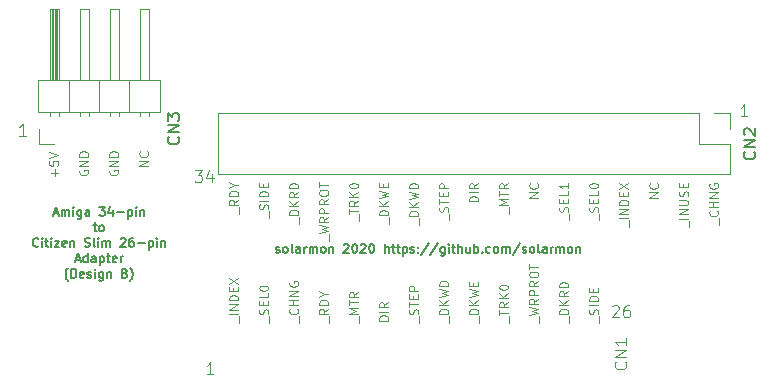
<source format=gbr>
G04 #@! TF.GenerationSoftware,KiCad,Pcbnew,(5.1.2)-2*
G04 #@! TF.CreationDate,2020-12-12T08:56:43+00:00*
G04 #@! TF.ProjectId,Amiga 34-pin to Citizen Slim 26-pin Adapter (Design B),416d6967-6120-4333-942d-70696e20746f,rev?*
G04 #@! TF.SameCoordinates,Original*
G04 #@! TF.FileFunction,Legend,Top*
G04 #@! TF.FilePolarity,Positive*
%FSLAX46Y46*%
G04 Gerber Fmt 4.6, Leading zero omitted, Abs format (unit mm)*
G04 Created by KiCad (PCBNEW (5.1.2)-2) date 2020-12-12 08:56:43*
%MOMM*%
%LPD*%
G04 APERTURE LIST*
%ADD10C,0.125000*%
%ADD11C,0.150000*%
%ADD12C,0.187500*%
%ADD13C,0.120000*%
G04 APERTURE END LIST*
D10*
X149963142Y-112450476D02*
X150010761Y-112498095D01*
X150058380Y-112640952D01*
X150058380Y-112736190D01*
X150010761Y-112879047D01*
X149915523Y-112974285D01*
X149820285Y-113021904D01*
X149629809Y-113069523D01*
X149486952Y-113069523D01*
X149296476Y-113021904D01*
X149201238Y-112974285D01*
X149106000Y-112879047D01*
X149058380Y-112736190D01*
X149058380Y-112640952D01*
X149106000Y-112498095D01*
X149153619Y-112450476D01*
X150058380Y-112021904D02*
X149058380Y-112021904D01*
X150058380Y-111450476D01*
X149058380Y-111450476D01*
X150058380Y-110450476D02*
X150058380Y-111021904D01*
X150058380Y-110736190D02*
X149058380Y-110736190D01*
X149201238Y-110831428D01*
X149296476Y-110926666D01*
X149344095Y-111021904D01*
D11*
X120382357Y-103173571D02*
X120453785Y-103209285D01*
X120596642Y-103209285D01*
X120668071Y-103173571D01*
X120703785Y-103102142D01*
X120703785Y-103066428D01*
X120668071Y-102995000D01*
X120596642Y-102959285D01*
X120489500Y-102959285D01*
X120418071Y-102923571D01*
X120382357Y-102852142D01*
X120382357Y-102816428D01*
X120418071Y-102745000D01*
X120489500Y-102709285D01*
X120596642Y-102709285D01*
X120668071Y-102745000D01*
X121132357Y-103209285D02*
X121060928Y-103173571D01*
X121025214Y-103137857D01*
X120989500Y-103066428D01*
X120989500Y-102852142D01*
X121025214Y-102780714D01*
X121060928Y-102745000D01*
X121132357Y-102709285D01*
X121239500Y-102709285D01*
X121310928Y-102745000D01*
X121346642Y-102780714D01*
X121382357Y-102852142D01*
X121382357Y-103066428D01*
X121346642Y-103137857D01*
X121310928Y-103173571D01*
X121239500Y-103209285D01*
X121132357Y-103209285D01*
X121810928Y-103209285D02*
X121739500Y-103173571D01*
X121703785Y-103102142D01*
X121703785Y-102459285D01*
X122418071Y-103209285D02*
X122418071Y-102816428D01*
X122382357Y-102745000D01*
X122310928Y-102709285D01*
X122168071Y-102709285D01*
X122096642Y-102745000D01*
X122418071Y-103173571D02*
X122346642Y-103209285D01*
X122168071Y-103209285D01*
X122096642Y-103173571D01*
X122060928Y-103102142D01*
X122060928Y-103030714D01*
X122096642Y-102959285D01*
X122168071Y-102923571D01*
X122346642Y-102923571D01*
X122418071Y-102887857D01*
X122775214Y-103209285D02*
X122775214Y-102709285D01*
X122775214Y-102852142D02*
X122810928Y-102780714D01*
X122846642Y-102745000D01*
X122918071Y-102709285D01*
X122989500Y-102709285D01*
X123239500Y-103209285D02*
X123239500Y-102709285D01*
X123239500Y-102780714D02*
X123275214Y-102745000D01*
X123346642Y-102709285D01*
X123453785Y-102709285D01*
X123525214Y-102745000D01*
X123560928Y-102816428D01*
X123560928Y-103209285D01*
X123560928Y-102816428D02*
X123596642Y-102745000D01*
X123668071Y-102709285D01*
X123775214Y-102709285D01*
X123846642Y-102745000D01*
X123882357Y-102816428D01*
X123882357Y-103209285D01*
X124346642Y-103209285D02*
X124275214Y-103173571D01*
X124239500Y-103137857D01*
X124203785Y-103066428D01*
X124203785Y-102852142D01*
X124239500Y-102780714D01*
X124275214Y-102745000D01*
X124346642Y-102709285D01*
X124453785Y-102709285D01*
X124525214Y-102745000D01*
X124560928Y-102780714D01*
X124596642Y-102852142D01*
X124596642Y-103066428D01*
X124560928Y-103137857D01*
X124525214Y-103173571D01*
X124453785Y-103209285D01*
X124346642Y-103209285D01*
X124918071Y-102709285D02*
X124918071Y-103209285D01*
X124918071Y-102780714D02*
X124953785Y-102745000D01*
X125025214Y-102709285D01*
X125132357Y-102709285D01*
X125203785Y-102745000D01*
X125239500Y-102816428D01*
X125239500Y-103209285D01*
X126132357Y-102530714D02*
X126168071Y-102495000D01*
X126239500Y-102459285D01*
X126418071Y-102459285D01*
X126489500Y-102495000D01*
X126525214Y-102530714D01*
X126560928Y-102602142D01*
X126560928Y-102673571D01*
X126525214Y-102780714D01*
X126096642Y-103209285D01*
X126560928Y-103209285D01*
X127025214Y-102459285D02*
X127096642Y-102459285D01*
X127168071Y-102495000D01*
X127203785Y-102530714D01*
X127239500Y-102602142D01*
X127275214Y-102745000D01*
X127275214Y-102923571D01*
X127239500Y-103066428D01*
X127203785Y-103137857D01*
X127168071Y-103173571D01*
X127096642Y-103209285D01*
X127025214Y-103209285D01*
X126953785Y-103173571D01*
X126918071Y-103137857D01*
X126882357Y-103066428D01*
X126846642Y-102923571D01*
X126846642Y-102745000D01*
X126882357Y-102602142D01*
X126918071Y-102530714D01*
X126953785Y-102495000D01*
X127025214Y-102459285D01*
X127560928Y-102530714D02*
X127596642Y-102495000D01*
X127668071Y-102459285D01*
X127846642Y-102459285D01*
X127918071Y-102495000D01*
X127953785Y-102530714D01*
X127989500Y-102602142D01*
X127989500Y-102673571D01*
X127953785Y-102780714D01*
X127525214Y-103209285D01*
X127989500Y-103209285D01*
X128453785Y-102459285D02*
X128525214Y-102459285D01*
X128596642Y-102495000D01*
X128632357Y-102530714D01*
X128668071Y-102602142D01*
X128703785Y-102745000D01*
X128703785Y-102923571D01*
X128668071Y-103066428D01*
X128632357Y-103137857D01*
X128596642Y-103173571D01*
X128525214Y-103209285D01*
X128453785Y-103209285D01*
X128382357Y-103173571D01*
X128346642Y-103137857D01*
X128310928Y-103066428D01*
X128275214Y-102923571D01*
X128275214Y-102745000D01*
X128310928Y-102602142D01*
X128346642Y-102530714D01*
X128382357Y-102495000D01*
X128453785Y-102459285D01*
X129596642Y-103209285D02*
X129596642Y-102459285D01*
X129918071Y-103209285D02*
X129918071Y-102816428D01*
X129882357Y-102745000D01*
X129810928Y-102709285D01*
X129703785Y-102709285D01*
X129632357Y-102745000D01*
X129596642Y-102780714D01*
X130168071Y-102709285D02*
X130453785Y-102709285D01*
X130275214Y-102459285D02*
X130275214Y-103102142D01*
X130310928Y-103173571D01*
X130382357Y-103209285D01*
X130453785Y-103209285D01*
X130596642Y-102709285D02*
X130882357Y-102709285D01*
X130703785Y-102459285D02*
X130703785Y-103102142D01*
X130739500Y-103173571D01*
X130810928Y-103209285D01*
X130882357Y-103209285D01*
X131132357Y-102709285D02*
X131132357Y-103459285D01*
X131132357Y-102745000D02*
X131203785Y-102709285D01*
X131346642Y-102709285D01*
X131418071Y-102745000D01*
X131453785Y-102780714D01*
X131489500Y-102852142D01*
X131489500Y-103066428D01*
X131453785Y-103137857D01*
X131418071Y-103173571D01*
X131346642Y-103209285D01*
X131203785Y-103209285D01*
X131132357Y-103173571D01*
X131775214Y-103173571D02*
X131846642Y-103209285D01*
X131989500Y-103209285D01*
X132060928Y-103173571D01*
X132096642Y-103102142D01*
X132096642Y-103066428D01*
X132060928Y-102995000D01*
X131989500Y-102959285D01*
X131882357Y-102959285D01*
X131810928Y-102923571D01*
X131775214Y-102852142D01*
X131775214Y-102816428D01*
X131810928Y-102745000D01*
X131882357Y-102709285D01*
X131989500Y-102709285D01*
X132060928Y-102745000D01*
X132418071Y-103137857D02*
X132453785Y-103173571D01*
X132418071Y-103209285D01*
X132382357Y-103173571D01*
X132418071Y-103137857D01*
X132418071Y-103209285D01*
X132418071Y-102745000D02*
X132453785Y-102780714D01*
X132418071Y-102816428D01*
X132382357Y-102780714D01*
X132418071Y-102745000D01*
X132418071Y-102816428D01*
X133310928Y-102423571D02*
X132668071Y-103387857D01*
X134096642Y-102423571D02*
X133453785Y-103387857D01*
X134668071Y-102709285D02*
X134668071Y-103316428D01*
X134632357Y-103387857D01*
X134596642Y-103423571D01*
X134525214Y-103459285D01*
X134418071Y-103459285D01*
X134346642Y-103423571D01*
X134668071Y-103173571D02*
X134596642Y-103209285D01*
X134453785Y-103209285D01*
X134382357Y-103173571D01*
X134346642Y-103137857D01*
X134310928Y-103066428D01*
X134310928Y-102852142D01*
X134346642Y-102780714D01*
X134382357Y-102745000D01*
X134453785Y-102709285D01*
X134596642Y-102709285D01*
X134668071Y-102745000D01*
X135025214Y-103209285D02*
X135025214Y-102709285D01*
X135025214Y-102459285D02*
X134989500Y-102495000D01*
X135025214Y-102530714D01*
X135060928Y-102495000D01*
X135025214Y-102459285D01*
X135025214Y-102530714D01*
X135275214Y-102709285D02*
X135560928Y-102709285D01*
X135382357Y-102459285D02*
X135382357Y-103102142D01*
X135418071Y-103173571D01*
X135489500Y-103209285D01*
X135560928Y-103209285D01*
X135810928Y-103209285D02*
X135810928Y-102459285D01*
X136132357Y-103209285D02*
X136132357Y-102816428D01*
X136096642Y-102745000D01*
X136025214Y-102709285D01*
X135918071Y-102709285D01*
X135846642Y-102745000D01*
X135810928Y-102780714D01*
X136810928Y-102709285D02*
X136810928Y-103209285D01*
X136489500Y-102709285D02*
X136489500Y-103102142D01*
X136525214Y-103173571D01*
X136596642Y-103209285D01*
X136703785Y-103209285D01*
X136775214Y-103173571D01*
X136810928Y-103137857D01*
X137168071Y-103209285D02*
X137168071Y-102459285D01*
X137168071Y-102745000D02*
X137239500Y-102709285D01*
X137382357Y-102709285D01*
X137453785Y-102745000D01*
X137489500Y-102780714D01*
X137525214Y-102852142D01*
X137525214Y-103066428D01*
X137489500Y-103137857D01*
X137453785Y-103173571D01*
X137382357Y-103209285D01*
X137239500Y-103209285D01*
X137168071Y-103173571D01*
X137846642Y-103137857D02*
X137882357Y-103173571D01*
X137846642Y-103209285D01*
X137810928Y-103173571D01*
X137846642Y-103137857D01*
X137846642Y-103209285D01*
X138525214Y-103173571D02*
X138453785Y-103209285D01*
X138310928Y-103209285D01*
X138239500Y-103173571D01*
X138203785Y-103137857D01*
X138168071Y-103066428D01*
X138168071Y-102852142D01*
X138203785Y-102780714D01*
X138239500Y-102745000D01*
X138310928Y-102709285D01*
X138453785Y-102709285D01*
X138525214Y-102745000D01*
X138953785Y-103209285D02*
X138882357Y-103173571D01*
X138846642Y-103137857D01*
X138810928Y-103066428D01*
X138810928Y-102852142D01*
X138846642Y-102780714D01*
X138882357Y-102745000D01*
X138953785Y-102709285D01*
X139060928Y-102709285D01*
X139132357Y-102745000D01*
X139168071Y-102780714D01*
X139203785Y-102852142D01*
X139203785Y-103066428D01*
X139168071Y-103137857D01*
X139132357Y-103173571D01*
X139060928Y-103209285D01*
X138953785Y-103209285D01*
X139525214Y-103209285D02*
X139525214Y-102709285D01*
X139525214Y-102780714D02*
X139560928Y-102745000D01*
X139632357Y-102709285D01*
X139739500Y-102709285D01*
X139810928Y-102745000D01*
X139846642Y-102816428D01*
X139846642Y-103209285D01*
X139846642Y-102816428D02*
X139882357Y-102745000D01*
X139953785Y-102709285D01*
X140060928Y-102709285D01*
X140132357Y-102745000D01*
X140168071Y-102816428D01*
X140168071Y-103209285D01*
X141060928Y-102423571D02*
X140418071Y-103387857D01*
X141275214Y-103173571D02*
X141346642Y-103209285D01*
X141489500Y-103209285D01*
X141560928Y-103173571D01*
X141596642Y-103102142D01*
X141596642Y-103066428D01*
X141560928Y-102995000D01*
X141489500Y-102959285D01*
X141382357Y-102959285D01*
X141310928Y-102923571D01*
X141275214Y-102852142D01*
X141275214Y-102816428D01*
X141310928Y-102745000D01*
X141382357Y-102709285D01*
X141489500Y-102709285D01*
X141560928Y-102745000D01*
X142025214Y-103209285D02*
X141953785Y-103173571D01*
X141918071Y-103137857D01*
X141882357Y-103066428D01*
X141882357Y-102852142D01*
X141918071Y-102780714D01*
X141953785Y-102745000D01*
X142025214Y-102709285D01*
X142132357Y-102709285D01*
X142203785Y-102745000D01*
X142239500Y-102780714D01*
X142275214Y-102852142D01*
X142275214Y-103066428D01*
X142239500Y-103137857D01*
X142203785Y-103173571D01*
X142132357Y-103209285D01*
X142025214Y-103209285D01*
X142703785Y-103209285D02*
X142632357Y-103173571D01*
X142596642Y-103102142D01*
X142596642Y-102459285D01*
X143310928Y-103209285D02*
X143310928Y-102816428D01*
X143275214Y-102745000D01*
X143203785Y-102709285D01*
X143060928Y-102709285D01*
X142989500Y-102745000D01*
X143310928Y-103173571D02*
X143239500Y-103209285D01*
X143060928Y-103209285D01*
X142989500Y-103173571D01*
X142953785Y-103102142D01*
X142953785Y-103030714D01*
X142989500Y-102959285D01*
X143060928Y-102923571D01*
X143239500Y-102923571D01*
X143310928Y-102887857D01*
X143668071Y-103209285D02*
X143668071Y-102709285D01*
X143668071Y-102852142D02*
X143703785Y-102780714D01*
X143739500Y-102745000D01*
X143810928Y-102709285D01*
X143882357Y-102709285D01*
X144132357Y-103209285D02*
X144132357Y-102709285D01*
X144132357Y-102780714D02*
X144168071Y-102745000D01*
X144239500Y-102709285D01*
X144346642Y-102709285D01*
X144418071Y-102745000D01*
X144453785Y-102816428D01*
X144453785Y-103209285D01*
X144453785Y-102816428D02*
X144489500Y-102745000D01*
X144560928Y-102709285D01*
X144668071Y-102709285D01*
X144739500Y-102745000D01*
X144775214Y-102816428D01*
X144775214Y-103209285D01*
X145239500Y-103209285D02*
X145168071Y-103173571D01*
X145132357Y-103137857D01*
X145096642Y-103066428D01*
X145096642Y-102852142D01*
X145132357Y-102780714D01*
X145168071Y-102745000D01*
X145239500Y-102709285D01*
X145346642Y-102709285D01*
X145418071Y-102745000D01*
X145453785Y-102780714D01*
X145489500Y-102852142D01*
X145489500Y-103066428D01*
X145453785Y-103137857D01*
X145418071Y-103173571D01*
X145346642Y-103209285D01*
X145239500Y-103209285D01*
X145810928Y-102709285D02*
X145810928Y-103209285D01*
X145810928Y-102780714D02*
X145846642Y-102745000D01*
X145918071Y-102709285D01*
X146025214Y-102709285D01*
X146096642Y-102745000D01*
X146132357Y-102816428D01*
X146132357Y-103209285D01*
D10*
X115093714Y-113482380D02*
X114522285Y-113482380D01*
X114808000Y-113482380D02*
X114808000Y-112482380D01*
X114712761Y-112625238D01*
X114617523Y-112720476D01*
X114522285Y-112768095D01*
X160305714Y-91638380D02*
X159734285Y-91638380D01*
X160020000Y-91638380D02*
X160020000Y-90638380D01*
X159924761Y-90781238D01*
X159829523Y-90876476D01*
X159734285Y-90924095D01*
D12*
X101552857Y-99862000D02*
X101910000Y-99862000D01*
X101481428Y-100076285D02*
X101731428Y-99326285D01*
X101981428Y-100076285D01*
X102231428Y-100076285D02*
X102231428Y-99576285D01*
X102231428Y-99647714D02*
X102267142Y-99612000D01*
X102338571Y-99576285D01*
X102445714Y-99576285D01*
X102517142Y-99612000D01*
X102552857Y-99683428D01*
X102552857Y-100076285D01*
X102552857Y-99683428D02*
X102588571Y-99612000D01*
X102660000Y-99576285D01*
X102767142Y-99576285D01*
X102838571Y-99612000D01*
X102874285Y-99683428D01*
X102874285Y-100076285D01*
X103231428Y-100076285D02*
X103231428Y-99576285D01*
X103231428Y-99326285D02*
X103195714Y-99362000D01*
X103231428Y-99397714D01*
X103267142Y-99362000D01*
X103231428Y-99326285D01*
X103231428Y-99397714D01*
X103910000Y-99576285D02*
X103910000Y-100183428D01*
X103874285Y-100254857D01*
X103838571Y-100290571D01*
X103767142Y-100326285D01*
X103660000Y-100326285D01*
X103588571Y-100290571D01*
X103910000Y-100040571D02*
X103838571Y-100076285D01*
X103695714Y-100076285D01*
X103624285Y-100040571D01*
X103588571Y-100004857D01*
X103552857Y-99933428D01*
X103552857Y-99719142D01*
X103588571Y-99647714D01*
X103624285Y-99612000D01*
X103695714Y-99576285D01*
X103838571Y-99576285D01*
X103910000Y-99612000D01*
X104588571Y-100076285D02*
X104588571Y-99683428D01*
X104552857Y-99612000D01*
X104481428Y-99576285D01*
X104338571Y-99576285D01*
X104267142Y-99612000D01*
X104588571Y-100040571D02*
X104517142Y-100076285D01*
X104338571Y-100076285D01*
X104267142Y-100040571D01*
X104231428Y-99969142D01*
X104231428Y-99897714D01*
X104267142Y-99826285D01*
X104338571Y-99790571D01*
X104517142Y-99790571D01*
X104588571Y-99754857D01*
X105445714Y-99326285D02*
X105910000Y-99326285D01*
X105660000Y-99612000D01*
X105767142Y-99612000D01*
X105838571Y-99647714D01*
X105874285Y-99683428D01*
X105910000Y-99754857D01*
X105910000Y-99933428D01*
X105874285Y-100004857D01*
X105838571Y-100040571D01*
X105767142Y-100076285D01*
X105552857Y-100076285D01*
X105481428Y-100040571D01*
X105445714Y-100004857D01*
X106552857Y-99576285D02*
X106552857Y-100076285D01*
X106374285Y-99290571D02*
X106195714Y-99826285D01*
X106660000Y-99826285D01*
X106945714Y-99790571D02*
X107517142Y-99790571D01*
X107874285Y-99576285D02*
X107874285Y-100326285D01*
X107874285Y-99612000D02*
X107945714Y-99576285D01*
X108088571Y-99576285D01*
X108160000Y-99612000D01*
X108195714Y-99647714D01*
X108231428Y-99719142D01*
X108231428Y-99933428D01*
X108195714Y-100004857D01*
X108160000Y-100040571D01*
X108088571Y-100076285D01*
X107945714Y-100076285D01*
X107874285Y-100040571D01*
X108552857Y-100076285D02*
X108552857Y-99576285D01*
X108552857Y-99326285D02*
X108517142Y-99362000D01*
X108552857Y-99397714D01*
X108588571Y-99362000D01*
X108552857Y-99326285D01*
X108552857Y-99397714D01*
X108910000Y-99576285D02*
X108910000Y-100076285D01*
X108910000Y-99647714D02*
X108945714Y-99612000D01*
X109017142Y-99576285D01*
X109124285Y-99576285D01*
X109195714Y-99612000D01*
X109231428Y-99683428D01*
X109231428Y-100076285D01*
X104927857Y-100888785D02*
X105213571Y-100888785D01*
X105035000Y-100638785D02*
X105035000Y-101281642D01*
X105070714Y-101353071D01*
X105142142Y-101388785D01*
X105213571Y-101388785D01*
X105570714Y-101388785D02*
X105499285Y-101353071D01*
X105463571Y-101317357D01*
X105427857Y-101245928D01*
X105427857Y-101031642D01*
X105463571Y-100960214D01*
X105499285Y-100924500D01*
X105570714Y-100888785D01*
X105677857Y-100888785D01*
X105749285Y-100924500D01*
X105785000Y-100960214D01*
X105820714Y-101031642D01*
X105820714Y-101245928D01*
X105785000Y-101317357D01*
X105749285Y-101353071D01*
X105677857Y-101388785D01*
X105570714Y-101388785D01*
X100267142Y-102629857D02*
X100231428Y-102665571D01*
X100124285Y-102701285D01*
X100052857Y-102701285D01*
X99945714Y-102665571D01*
X99874285Y-102594142D01*
X99838571Y-102522714D01*
X99802857Y-102379857D01*
X99802857Y-102272714D01*
X99838571Y-102129857D01*
X99874285Y-102058428D01*
X99945714Y-101987000D01*
X100052857Y-101951285D01*
X100124285Y-101951285D01*
X100231428Y-101987000D01*
X100267142Y-102022714D01*
X100588571Y-102701285D02*
X100588571Y-102201285D01*
X100588571Y-101951285D02*
X100552857Y-101987000D01*
X100588571Y-102022714D01*
X100624285Y-101987000D01*
X100588571Y-101951285D01*
X100588571Y-102022714D01*
X100838571Y-102201285D02*
X101124285Y-102201285D01*
X100945714Y-101951285D02*
X100945714Y-102594142D01*
X100981428Y-102665571D01*
X101052857Y-102701285D01*
X101124285Y-102701285D01*
X101374285Y-102701285D02*
X101374285Y-102201285D01*
X101374285Y-101951285D02*
X101338571Y-101987000D01*
X101374285Y-102022714D01*
X101410000Y-101987000D01*
X101374285Y-101951285D01*
X101374285Y-102022714D01*
X101660000Y-102201285D02*
X102052857Y-102201285D01*
X101660000Y-102701285D01*
X102052857Y-102701285D01*
X102624285Y-102665571D02*
X102552857Y-102701285D01*
X102410000Y-102701285D01*
X102338571Y-102665571D01*
X102302857Y-102594142D01*
X102302857Y-102308428D01*
X102338571Y-102237000D01*
X102410000Y-102201285D01*
X102552857Y-102201285D01*
X102624285Y-102237000D01*
X102660000Y-102308428D01*
X102660000Y-102379857D01*
X102302857Y-102451285D01*
X102981428Y-102201285D02*
X102981428Y-102701285D01*
X102981428Y-102272714D02*
X103017142Y-102237000D01*
X103088571Y-102201285D01*
X103195714Y-102201285D01*
X103267142Y-102237000D01*
X103302857Y-102308428D01*
X103302857Y-102701285D01*
X104195714Y-102665571D02*
X104302857Y-102701285D01*
X104481428Y-102701285D01*
X104552857Y-102665571D01*
X104588571Y-102629857D01*
X104624285Y-102558428D01*
X104624285Y-102487000D01*
X104588571Y-102415571D01*
X104552857Y-102379857D01*
X104481428Y-102344142D01*
X104338571Y-102308428D01*
X104267142Y-102272714D01*
X104231428Y-102237000D01*
X104195714Y-102165571D01*
X104195714Y-102094142D01*
X104231428Y-102022714D01*
X104267142Y-101987000D01*
X104338571Y-101951285D01*
X104517142Y-101951285D01*
X104624285Y-101987000D01*
X105052857Y-102701285D02*
X104981428Y-102665571D01*
X104945714Y-102594142D01*
X104945714Y-101951285D01*
X105338571Y-102701285D02*
X105338571Y-102201285D01*
X105338571Y-101951285D02*
X105302857Y-101987000D01*
X105338571Y-102022714D01*
X105374285Y-101987000D01*
X105338571Y-101951285D01*
X105338571Y-102022714D01*
X105695714Y-102701285D02*
X105695714Y-102201285D01*
X105695714Y-102272714D02*
X105731428Y-102237000D01*
X105802857Y-102201285D01*
X105910000Y-102201285D01*
X105981428Y-102237000D01*
X106017142Y-102308428D01*
X106017142Y-102701285D01*
X106017142Y-102308428D02*
X106052857Y-102237000D01*
X106124285Y-102201285D01*
X106231428Y-102201285D01*
X106302857Y-102237000D01*
X106338571Y-102308428D01*
X106338571Y-102701285D01*
X107231428Y-102022714D02*
X107267142Y-101987000D01*
X107338571Y-101951285D01*
X107517142Y-101951285D01*
X107588571Y-101987000D01*
X107624285Y-102022714D01*
X107660000Y-102094142D01*
X107660000Y-102165571D01*
X107624285Y-102272714D01*
X107195714Y-102701285D01*
X107660000Y-102701285D01*
X108302857Y-101951285D02*
X108160000Y-101951285D01*
X108088571Y-101987000D01*
X108052857Y-102022714D01*
X107981428Y-102129857D01*
X107945714Y-102272714D01*
X107945714Y-102558428D01*
X107981428Y-102629857D01*
X108017142Y-102665571D01*
X108088571Y-102701285D01*
X108231428Y-102701285D01*
X108302857Y-102665571D01*
X108338571Y-102629857D01*
X108374285Y-102558428D01*
X108374285Y-102379857D01*
X108338571Y-102308428D01*
X108302857Y-102272714D01*
X108231428Y-102237000D01*
X108088571Y-102237000D01*
X108017142Y-102272714D01*
X107981428Y-102308428D01*
X107945714Y-102379857D01*
X108695714Y-102415571D02*
X109267142Y-102415571D01*
X109624285Y-102201285D02*
X109624285Y-102951285D01*
X109624285Y-102237000D02*
X109695714Y-102201285D01*
X109838571Y-102201285D01*
X109910000Y-102237000D01*
X109945714Y-102272714D01*
X109981428Y-102344142D01*
X109981428Y-102558428D01*
X109945714Y-102629857D01*
X109910000Y-102665571D01*
X109838571Y-102701285D01*
X109695714Y-102701285D01*
X109624285Y-102665571D01*
X110302857Y-102701285D02*
X110302857Y-102201285D01*
X110302857Y-101951285D02*
X110267142Y-101987000D01*
X110302857Y-102022714D01*
X110338571Y-101987000D01*
X110302857Y-101951285D01*
X110302857Y-102022714D01*
X110660000Y-102201285D02*
X110660000Y-102701285D01*
X110660000Y-102272714D02*
X110695714Y-102237000D01*
X110767142Y-102201285D01*
X110874285Y-102201285D01*
X110945714Y-102237000D01*
X110981428Y-102308428D01*
X110981428Y-102701285D01*
X103445714Y-103799500D02*
X103802857Y-103799500D01*
X103374285Y-104013785D02*
X103624285Y-103263785D01*
X103874285Y-104013785D01*
X104445714Y-104013785D02*
X104445714Y-103263785D01*
X104445714Y-103978071D02*
X104374285Y-104013785D01*
X104231428Y-104013785D01*
X104160000Y-103978071D01*
X104124285Y-103942357D01*
X104088571Y-103870928D01*
X104088571Y-103656642D01*
X104124285Y-103585214D01*
X104160000Y-103549500D01*
X104231428Y-103513785D01*
X104374285Y-103513785D01*
X104445714Y-103549500D01*
X105124285Y-104013785D02*
X105124285Y-103620928D01*
X105088571Y-103549500D01*
X105017142Y-103513785D01*
X104874285Y-103513785D01*
X104802857Y-103549500D01*
X105124285Y-103978071D02*
X105052857Y-104013785D01*
X104874285Y-104013785D01*
X104802857Y-103978071D01*
X104767142Y-103906642D01*
X104767142Y-103835214D01*
X104802857Y-103763785D01*
X104874285Y-103728071D01*
X105052857Y-103728071D01*
X105124285Y-103692357D01*
X105481428Y-103513785D02*
X105481428Y-104263785D01*
X105481428Y-103549500D02*
X105552857Y-103513785D01*
X105695714Y-103513785D01*
X105767142Y-103549500D01*
X105802857Y-103585214D01*
X105838571Y-103656642D01*
X105838571Y-103870928D01*
X105802857Y-103942357D01*
X105767142Y-103978071D01*
X105695714Y-104013785D01*
X105552857Y-104013785D01*
X105481428Y-103978071D01*
X106052857Y-103513785D02*
X106338571Y-103513785D01*
X106160000Y-103263785D02*
X106160000Y-103906642D01*
X106195714Y-103978071D01*
X106267142Y-104013785D01*
X106338571Y-104013785D01*
X106874285Y-103978071D02*
X106802857Y-104013785D01*
X106660000Y-104013785D01*
X106588571Y-103978071D01*
X106552857Y-103906642D01*
X106552857Y-103620928D01*
X106588571Y-103549500D01*
X106660000Y-103513785D01*
X106802857Y-103513785D01*
X106874285Y-103549500D01*
X106910000Y-103620928D01*
X106910000Y-103692357D01*
X106552857Y-103763785D01*
X107231428Y-104013785D02*
X107231428Y-103513785D01*
X107231428Y-103656642D02*
X107267142Y-103585214D01*
X107302857Y-103549500D01*
X107374285Y-103513785D01*
X107445714Y-103513785D01*
X102785000Y-105612000D02*
X102749285Y-105576285D01*
X102677857Y-105469142D01*
X102642142Y-105397714D01*
X102606428Y-105290571D01*
X102570714Y-105112000D01*
X102570714Y-104969142D01*
X102606428Y-104790571D01*
X102642142Y-104683428D01*
X102677857Y-104612000D01*
X102749285Y-104504857D01*
X102785000Y-104469142D01*
X103070714Y-105326285D02*
X103070714Y-104576285D01*
X103249285Y-104576285D01*
X103356428Y-104612000D01*
X103427857Y-104683428D01*
X103463571Y-104754857D01*
X103499285Y-104897714D01*
X103499285Y-105004857D01*
X103463571Y-105147714D01*
X103427857Y-105219142D01*
X103356428Y-105290571D01*
X103249285Y-105326285D01*
X103070714Y-105326285D01*
X104106428Y-105290571D02*
X104035000Y-105326285D01*
X103892142Y-105326285D01*
X103820714Y-105290571D01*
X103785000Y-105219142D01*
X103785000Y-104933428D01*
X103820714Y-104862000D01*
X103892142Y-104826285D01*
X104035000Y-104826285D01*
X104106428Y-104862000D01*
X104142142Y-104933428D01*
X104142142Y-105004857D01*
X103785000Y-105076285D01*
X104427857Y-105290571D02*
X104499285Y-105326285D01*
X104642142Y-105326285D01*
X104713571Y-105290571D01*
X104749285Y-105219142D01*
X104749285Y-105183428D01*
X104713571Y-105112000D01*
X104642142Y-105076285D01*
X104535000Y-105076285D01*
X104463571Y-105040571D01*
X104427857Y-104969142D01*
X104427857Y-104933428D01*
X104463571Y-104862000D01*
X104535000Y-104826285D01*
X104642142Y-104826285D01*
X104713571Y-104862000D01*
X105070714Y-105326285D02*
X105070714Y-104826285D01*
X105070714Y-104576285D02*
X105035000Y-104612000D01*
X105070714Y-104647714D01*
X105106428Y-104612000D01*
X105070714Y-104576285D01*
X105070714Y-104647714D01*
X105749285Y-104826285D02*
X105749285Y-105433428D01*
X105713571Y-105504857D01*
X105677857Y-105540571D01*
X105606428Y-105576285D01*
X105499285Y-105576285D01*
X105427857Y-105540571D01*
X105749285Y-105290571D02*
X105677857Y-105326285D01*
X105535000Y-105326285D01*
X105463571Y-105290571D01*
X105427857Y-105254857D01*
X105392142Y-105183428D01*
X105392142Y-104969142D01*
X105427857Y-104897714D01*
X105463571Y-104862000D01*
X105535000Y-104826285D01*
X105677857Y-104826285D01*
X105749285Y-104862000D01*
X106106428Y-104826285D02*
X106106428Y-105326285D01*
X106106428Y-104897714D02*
X106142142Y-104862000D01*
X106213571Y-104826285D01*
X106320714Y-104826285D01*
X106392142Y-104862000D01*
X106427857Y-104933428D01*
X106427857Y-105326285D01*
X107606428Y-104933428D02*
X107713571Y-104969142D01*
X107749285Y-105004857D01*
X107785000Y-105076285D01*
X107785000Y-105183428D01*
X107749285Y-105254857D01*
X107713571Y-105290571D01*
X107642142Y-105326285D01*
X107356428Y-105326285D01*
X107356428Y-104576285D01*
X107606428Y-104576285D01*
X107677857Y-104612000D01*
X107713571Y-104647714D01*
X107749285Y-104719142D01*
X107749285Y-104790571D01*
X107713571Y-104862000D01*
X107677857Y-104897714D01*
X107606428Y-104933428D01*
X107356428Y-104933428D01*
X108035000Y-105612000D02*
X108070714Y-105576285D01*
X108142142Y-105469142D01*
X108177857Y-105397714D01*
X108213571Y-105290571D01*
X108249285Y-105112000D01*
X108249285Y-104969142D01*
X108213571Y-104790571D01*
X108177857Y-104683428D01*
X108142142Y-104612000D01*
X108070714Y-104504857D01*
X108035000Y-104469142D01*
D10*
X127410714Y-109124476D02*
X127410714Y-108553047D01*
X127339285Y-108374476D02*
X126589285Y-108374476D01*
X127125000Y-108124476D01*
X126589285Y-107874476D01*
X127339285Y-107874476D01*
X126589285Y-107624476D02*
X126589285Y-107195904D01*
X127339285Y-107410190D02*
X126589285Y-107410190D01*
X127339285Y-106517333D02*
X126982142Y-106767333D01*
X127339285Y-106945904D02*
X126589285Y-106945904D01*
X126589285Y-106660190D01*
X126625000Y-106588761D01*
X126660714Y-106553047D01*
X126732142Y-106517333D01*
X126839285Y-106517333D01*
X126910714Y-106553047D01*
X126946428Y-106588761D01*
X126982142Y-106660190D01*
X126982142Y-106945904D01*
X124870714Y-109124475D02*
X124870714Y-108553047D01*
X124799285Y-107945904D02*
X124442142Y-108195904D01*
X124799285Y-108374475D02*
X124049285Y-108374475D01*
X124049285Y-108088761D01*
X124085000Y-108017333D01*
X124120714Y-107981618D01*
X124192142Y-107945904D01*
X124299285Y-107945904D01*
X124370714Y-107981618D01*
X124406428Y-108017333D01*
X124442142Y-108088761D01*
X124442142Y-108374475D01*
X124799285Y-107624475D02*
X124049285Y-107624475D01*
X124049285Y-107445904D01*
X124085000Y-107338761D01*
X124156428Y-107267333D01*
X124227857Y-107231618D01*
X124370714Y-107195904D01*
X124477857Y-107195904D01*
X124620714Y-107231618D01*
X124692142Y-107267333D01*
X124763571Y-107338761D01*
X124799285Y-107445904D01*
X124799285Y-107624475D01*
X124442142Y-106731618D02*
X124799285Y-106731618D01*
X124049285Y-106981618D02*
X124442142Y-106731618D01*
X124049285Y-106481618D01*
X122330714Y-109124476D02*
X122330714Y-108553048D01*
X122187857Y-107945905D02*
X122223571Y-107981619D01*
X122259285Y-108088762D01*
X122259285Y-108160190D01*
X122223571Y-108267333D01*
X122152142Y-108338762D01*
X122080714Y-108374476D01*
X121937857Y-108410190D01*
X121830714Y-108410190D01*
X121687857Y-108374476D01*
X121616428Y-108338762D01*
X121545000Y-108267333D01*
X121509285Y-108160190D01*
X121509285Y-108088762D01*
X121545000Y-107981619D01*
X121580714Y-107945905D01*
X122259285Y-107624476D02*
X121509285Y-107624476D01*
X121866428Y-107624476D02*
X121866428Y-107195905D01*
X122259285Y-107195905D02*
X121509285Y-107195905D01*
X122259285Y-106838762D02*
X121509285Y-106838762D01*
X122259285Y-106410190D01*
X121509285Y-106410190D01*
X121545000Y-105660190D02*
X121509285Y-105731619D01*
X121509285Y-105838762D01*
X121545000Y-105945905D01*
X121616428Y-106017333D01*
X121687857Y-106053048D01*
X121830714Y-106088762D01*
X121937857Y-106088762D01*
X122080714Y-106053048D01*
X122152142Y-106017333D01*
X122223571Y-105945905D01*
X122259285Y-105838762D01*
X122259285Y-105767333D01*
X122223571Y-105660190D01*
X122187857Y-105624476D01*
X121937857Y-105624476D01*
X121937857Y-105767333D01*
X119790714Y-109124476D02*
X119790714Y-108553047D01*
X119683571Y-108410190D02*
X119719285Y-108303047D01*
X119719285Y-108124476D01*
X119683571Y-108053047D01*
X119647857Y-108017333D01*
X119576428Y-107981619D01*
X119505000Y-107981619D01*
X119433571Y-108017333D01*
X119397857Y-108053047D01*
X119362142Y-108124476D01*
X119326428Y-108267333D01*
X119290714Y-108338761D01*
X119255000Y-108374476D01*
X119183571Y-108410190D01*
X119112142Y-108410190D01*
X119040714Y-108374476D01*
X119005000Y-108338761D01*
X118969285Y-108267333D01*
X118969285Y-108088761D01*
X119005000Y-107981619D01*
X119326428Y-107660190D02*
X119326428Y-107410190D01*
X119719285Y-107303047D02*
X119719285Y-107660190D01*
X118969285Y-107660190D01*
X118969285Y-107303047D01*
X119719285Y-106624476D02*
X119719285Y-106981619D01*
X118969285Y-106981619D01*
X118969285Y-106231619D02*
X118969285Y-106160190D01*
X119005000Y-106088761D01*
X119040714Y-106053047D01*
X119112142Y-106017333D01*
X119255000Y-105981619D01*
X119433571Y-105981619D01*
X119576428Y-106017333D01*
X119647857Y-106053047D01*
X119683571Y-106088761D01*
X119719285Y-106160190D01*
X119719285Y-106231619D01*
X119683571Y-106303047D01*
X119647857Y-106338761D01*
X119576428Y-106374476D01*
X119433571Y-106410190D01*
X119255000Y-106410190D01*
X119112142Y-106374476D01*
X119040714Y-106338761D01*
X119005000Y-106303047D01*
X118969285Y-106231619D01*
X117250714Y-109124476D02*
X117250714Y-108553047D01*
X117179285Y-108374476D02*
X116429285Y-108374476D01*
X117179285Y-108017333D02*
X116429285Y-108017333D01*
X117179285Y-107588762D01*
X116429285Y-107588762D01*
X117179285Y-107231619D02*
X116429285Y-107231619D01*
X116429285Y-107053047D01*
X116465000Y-106945905D01*
X116536428Y-106874476D01*
X116607857Y-106838762D01*
X116750714Y-106803047D01*
X116857857Y-106803047D01*
X117000714Y-106838762D01*
X117072142Y-106874476D01*
X117143571Y-106945905D01*
X117179285Y-107053047D01*
X117179285Y-107231619D01*
X116786428Y-106481619D02*
X116786428Y-106231619D01*
X117179285Y-106124476D02*
X117179285Y-106481619D01*
X116429285Y-106481619D01*
X116429285Y-106124476D01*
X116429285Y-105874476D02*
X117179285Y-105374476D01*
X116429285Y-105374476D02*
X117179285Y-105874476D01*
X152739285Y-98534238D02*
X151989285Y-98534238D01*
X152739285Y-98105667D01*
X151989285Y-98105667D01*
X152667857Y-97319953D02*
X152703571Y-97355667D01*
X152739285Y-97462810D01*
X152739285Y-97534238D01*
X152703571Y-97641381D01*
X152632142Y-97712810D01*
X152560714Y-97748524D01*
X152417857Y-97784238D01*
X152310714Y-97784238D01*
X152167857Y-97748524D01*
X152096428Y-97712810D01*
X152025000Y-97641381D01*
X151989285Y-97534238D01*
X151989285Y-97462810D01*
X152025000Y-97355667D01*
X152060714Y-97319953D01*
X142579285Y-98534238D02*
X141829285Y-98534238D01*
X142579285Y-98105667D01*
X141829285Y-98105667D01*
X142507857Y-97319953D02*
X142543571Y-97355667D01*
X142579285Y-97462810D01*
X142579285Y-97534238D01*
X142543571Y-97641381D01*
X142472142Y-97712810D01*
X142400714Y-97748524D01*
X142257857Y-97784238D01*
X142150714Y-97784238D01*
X142007857Y-97748524D01*
X141936428Y-97712810D01*
X141865000Y-97641381D01*
X141829285Y-97534238D01*
X141829285Y-97462810D01*
X141865000Y-97355667D01*
X141900714Y-97319953D01*
X109559285Y-95845285D02*
X108809285Y-95845285D01*
X109559285Y-95416714D01*
X108809285Y-95416714D01*
X109487857Y-94631000D02*
X109523571Y-94666714D01*
X109559285Y-94773857D01*
X109559285Y-94845285D01*
X109523571Y-94952428D01*
X109452142Y-95023857D01*
X109380714Y-95059571D01*
X109237857Y-95095285D01*
X109130714Y-95095285D01*
X108987857Y-95059571D01*
X108916428Y-95023857D01*
X108845000Y-94952428D01*
X108809285Y-94845285D01*
X108809285Y-94773857D01*
X108845000Y-94666714D01*
X108880714Y-94631000D01*
X103765000Y-96202428D02*
X103729285Y-96273857D01*
X103729285Y-96381000D01*
X103765000Y-96488142D01*
X103836428Y-96559571D01*
X103907857Y-96595285D01*
X104050714Y-96631000D01*
X104157857Y-96631000D01*
X104300714Y-96595285D01*
X104372142Y-96559571D01*
X104443571Y-96488142D01*
X104479285Y-96381000D01*
X104479285Y-96309571D01*
X104443571Y-96202428D01*
X104407857Y-96166714D01*
X104157857Y-96166714D01*
X104157857Y-96309571D01*
X104479285Y-95845285D02*
X103729285Y-95845285D01*
X104479285Y-95416714D01*
X103729285Y-95416714D01*
X104479285Y-95059571D02*
X103729285Y-95059571D01*
X103729285Y-94881000D01*
X103765000Y-94773857D01*
X103836428Y-94702428D01*
X103907857Y-94666714D01*
X104050714Y-94631000D01*
X104157857Y-94631000D01*
X104300714Y-94666714D01*
X104372142Y-94702428D01*
X104443571Y-94773857D01*
X104479285Y-94881000D01*
X104479285Y-95059571D01*
X106305000Y-96202428D02*
X106269285Y-96273857D01*
X106269285Y-96381000D01*
X106305000Y-96488142D01*
X106376428Y-96559571D01*
X106447857Y-96595285D01*
X106590714Y-96631000D01*
X106697857Y-96631000D01*
X106840714Y-96595285D01*
X106912142Y-96559571D01*
X106983571Y-96488142D01*
X107019285Y-96381000D01*
X107019285Y-96309571D01*
X106983571Y-96202428D01*
X106947857Y-96166714D01*
X106697857Y-96166714D01*
X106697857Y-96309571D01*
X107019285Y-95845285D02*
X106269285Y-95845285D01*
X107019285Y-95416714D01*
X106269285Y-95416714D01*
X107019285Y-95059571D02*
X106269285Y-95059571D01*
X106269285Y-94881000D01*
X106305000Y-94773857D01*
X106376428Y-94702428D01*
X106447857Y-94666714D01*
X106590714Y-94631000D01*
X106697857Y-94631000D01*
X106840714Y-94666714D01*
X106912142Y-94702428D01*
X106983571Y-94773857D01*
X107019285Y-94881000D01*
X107019285Y-95059571D01*
X101653571Y-96722285D02*
X101653571Y-96150857D01*
X101939285Y-96436571D02*
X101367857Y-96436571D01*
X101189285Y-95436571D02*
X101189285Y-95793714D01*
X101546428Y-95829428D01*
X101510714Y-95793714D01*
X101475000Y-95722285D01*
X101475000Y-95543714D01*
X101510714Y-95472285D01*
X101546428Y-95436571D01*
X101617857Y-95400857D01*
X101796428Y-95400857D01*
X101867857Y-95436571D01*
X101903571Y-95472285D01*
X101939285Y-95543714D01*
X101939285Y-95722285D01*
X101903571Y-95793714D01*
X101867857Y-95829428D01*
X101189285Y-95186571D02*
X101939285Y-94936571D01*
X101189285Y-94686571D01*
X99218714Y-93289380D02*
X98647285Y-93289380D01*
X98933000Y-93289380D02*
X98933000Y-92289380D01*
X98837761Y-92432238D01*
X98742523Y-92527476D01*
X98647285Y-92575095D01*
X148844095Y-107751619D02*
X148891714Y-107704000D01*
X148986952Y-107656380D01*
X149225047Y-107656380D01*
X149320285Y-107704000D01*
X149367904Y-107751619D01*
X149415523Y-107846857D01*
X149415523Y-107942095D01*
X149367904Y-108084952D01*
X148796476Y-108656380D01*
X149415523Y-108656380D01*
X150272666Y-107656380D02*
X150082190Y-107656380D01*
X149986952Y-107704000D01*
X149939333Y-107751619D01*
X149844095Y-107894476D01*
X149796476Y-108084952D01*
X149796476Y-108465904D01*
X149844095Y-108561142D01*
X149891714Y-108608761D01*
X149986952Y-108656380D01*
X150177428Y-108656380D01*
X150272666Y-108608761D01*
X150320285Y-108561142D01*
X150367904Y-108465904D01*
X150367904Y-108227809D01*
X150320285Y-108132571D01*
X150272666Y-108084952D01*
X150177428Y-108037333D01*
X149986952Y-108037333D01*
X149891714Y-108084952D01*
X149844095Y-108132571D01*
X149796476Y-108227809D01*
X113490476Y-96226380D02*
X114109523Y-96226380D01*
X113776190Y-96607333D01*
X113919047Y-96607333D01*
X114014285Y-96654952D01*
X114061904Y-96702571D01*
X114109523Y-96797809D01*
X114109523Y-97035904D01*
X114061904Y-97131142D01*
X114014285Y-97178761D01*
X113919047Y-97226380D01*
X113633333Y-97226380D01*
X113538095Y-97178761D01*
X113490476Y-97131142D01*
X114966666Y-96559714D02*
X114966666Y-97226380D01*
X114728571Y-96178761D02*
X114490476Y-96893047D01*
X115109523Y-96893047D01*
X155350714Y-101069953D02*
X155350714Y-100498525D01*
X155279285Y-100319953D02*
X154529285Y-100319953D01*
X155279285Y-99962810D02*
X154529285Y-99962810D01*
X155279285Y-99534239D01*
X154529285Y-99534239D01*
X154529285Y-99177096D02*
X155136428Y-99177096D01*
X155207857Y-99141382D01*
X155243571Y-99105667D01*
X155279285Y-99034239D01*
X155279285Y-98891382D01*
X155243571Y-98819953D01*
X155207857Y-98784239D01*
X155136428Y-98748525D01*
X154529285Y-98748525D01*
X155243571Y-98427096D02*
X155279285Y-98319953D01*
X155279285Y-98141382D01*
X155243571Y-98069953D01*
X155207857Y-98034239D01*
X155136428Y-97998525D01*
X155065000Y-97998525D01*
X154993571Y-98034239D01*
X154957857Y-98069953D01*
X154922142Y-98141382D01*
X154886428Y-98284239D01*
X154850714Y-98355667D01*
X154815000Y-98391382D01*
X154743571Y-98427096D01*
X154672142Y-98427096D01*
X154600714Y-98391382D01*
X154565000Y-98355667D01*
X154529285Y-98284239D01*
X154529285Y-98105667D01*
X154565000Y-97998525D01*
X154886428Y-97677096D02*
X154886428Y-97427096D01*
X155279285Y-97319953D02*
X155279285Y-97677096D01*
X154529285Y-97677096D01*
X154529285Y-97319953D01*
X147730714Y-100462810D02*
X147730714Y-99891381D01*
X147623571Y-99748524D02*
X147659285Y-99641381D01*
X147659285Y-99462810D01*
X147623571Y-99391381D01*
X147587857Y-99355667D01*
X147516428Y-99319953D01*
X147445000Y-99319953D01*
X147373571Y-99355667D01*
X147337857Y-99391381D01*
X147302142Y-99462810D01*
X147266428Y-99605667D01*
X147230714Y-99677095D01*
X147195000Y-99712810D01*
X147123571Y-99748524D01*
X147052142Y-99748524D01*
X146980714Y-99712810D01*
X146945000Y-99677095D01*
X146909285Y-99605667D01*
X146909285Y-99427095D01*
X146945000Y-99319953D01*
X147266428Y-98998524D02*
X147266428Y-98748524D01*
X147659285Y-98641381D02*
X147659285Y-98998524D01*
X146909285Y-98998524D01*
X146909285Y-98641381D01*
X147659285Y-97962810D02*
X147659285Y-98319953D01*
X146909285Y-98319953D01*
X146909285Y-97569953D02*
X146909285Y-97498524D01*
X146945000Y-97427095D01*
X146980714Y-97391381D01*
X147052142Y-97355667D01*
X147195000Y-97319953D01*
X147373571Y-97319953D01*
X147516428Y-97355667D01*
X147587857Y-97391381D01*
X147623571Y-97427095D01*
X147659285Y-97498524D01*
X147659285Y-97569953D01*
X147623571Y-97641381D01*
X147587857Y-97677095D01*
X147516428Y-97712810D01*
X147373571Y-97748524D01*
X147195000Y-97748524D01*
X147052142Y-97712810D01*
X146980714Y-97677095D01*
X146945000Y-97641381D01*
X146909285Y-97569953D01*
X150270714Y-101034239D02*
X150270714Y-100462810D01*
X150199285Y-100284239D02*
X149449285Y-100284239D01*
X150199285Y-99927096D02*
X149449285Y-99927096D01*
X150199285Y-99498525D01*
X149449285Y-99498525D01*
X150199285Y-99141382D02*
X149449285Y-99141382D01*
X149449285Y-98962810D01*
X149485000Y-98855668D01*
X149556428Y-98784239D01*
X149627857Y-98748525D01*
X149770714Y-98712810D01*
X149877857Y-98712810D01*
X150020714Y-98748525D01*
X150092142Y-98784239D01*
X150163571Y-98855668D01*
X150199285Y-98962810D01*
X150199285Y-99141382D01*
X149806428Y-98391382D02*
X149806428Y-98141382D01*
X150199285Y-98034239D02*
X150199285Y-98391382D01*
X149449285Y-98391382D01*
X149449285Y-98034239D01*
X149449285Y-97784239D02*
X150199285Y-97284239D01*
X149449285Y-97284239D02*
X150199285Y-97784239D01*
X145190714Y-100462810D02*
X145190714Y-99891381D01*
X145083571Y-99748524D02*
X145119285Y-99641381D01*
X145119285Y-99462810D01*
X145083571Y-99391381D01*
X145047857Y-99355667D01*
X144976428Y-99319953D01*
X144905000Y-99319953D01*
X144833571Y-99355667D01*
X144797857Y-99391381D01*
X144762142Y-99462810D01*
X144726428Y-99605667D01*
X144690714Y-99677095D01*
X144655000Y-99712810D01*
X144583571Y-99748524D01*
X144512142Y-99748524D01*
X144440714Y-99712810D01*
X144405000Y-99677095D01*
X144369285Y-99605667D01*
X144369285Y-99427095D01*
X144405000Y-99319953D01*
X144726428Y-98998524D02*
X144726428Y-98748524D01*
X145119285Y-98641381D02*
X145119285Y-98998524D01*
X144369285Y-98998524D01*
X144369285Y-98641381D01*
X145119285Y-97962810D02*
X145119285Y-98319953D01*
X144369285Y-98319953D01*
X145119285Y-97319953D02*
X145119285Y-97748524D01*
X145119285Y-97534238D02*
X144369285Y-97534238D01*
X144476428Y-97605667D01*
X144547857Y-97677095D01*
X144583571Y-97748524D01*
X132490714Y-100855667D02*
X132490714Y-100284239D01*
X132419285Y-100105667D02*
X131669285Y-100105667D01*
X131669285Y-99927096D01*
X131705000Y-99819953D01*
X131776428Y-99748524D01*
X131847857Y-99712810D01*
X131990714Y-99677096D01*
X132097857Y-99677096D01*
X132240714Y-99712810D01*
X132312142Y-99748524D01*
X132383571Y-99819953D01*
X132419285Y-99927096D01*
X132419285Y-100105667D01*
X132419285Y-99355667D02*
X131669285Y-99355667D01*
X132419285Y-98927096D02*
X131990714Y-99248524D01*
X131669285Y-98927096D02*
X132097857Y-99355667D01*
X131669285Y-98677096D02*
X132419285Y-98498524D01*
X131883571Y-98355667D01*
X132419285Y-98212810D01*
X131669285Y-98034239D01*
X132419285Y-97748524D02*
X131669285Y-97748524D01*
X131669285Y-97569953D01*
X131705000Y-97462810D01*
X131776428Y-97391382D01*
X131847857Y-97355667D01*
X131990714Y-97319953D01*
X132097857Y-97319953D01*
X132240714Y-97355667D01*
X132312142Y-97391382D01*
X132383571Y-97462810D01*
X132419285Y-97569953D01*
X132419285Y-97748524D01*
X137499285Y-98855668D02*
X136749285Y-98855668D01*
X136749285Y-98677096D01*
X136785000Y-98569953D01*
X136856428Y-98498525D01*
X136927857Y-98462810D01*
X137070714Y-98427096D01*
X137177857Y-98427096D01*
X137320714Y-98462810D01*
X137392142Y-98498525D01*
X137463571Y-98569953D01*
X137499285Y-98677096D01*
X137499285Y-98855668D01*
X137499285Y-98105668D02*
X136749285Y-98105668D01*
X137499285Y-97319953D02*
X137142142Y-97569953D01*
X137499285Y-97748525D02*
X136749285Y-97748525D01*
X136749285Y-97462810D01*
X136785000Y-97391382D01*
X136820714Y-97355668D01*
X136892142Y-97319953D01*
X136999285Y-97319953D01*
X137070714Y-97355668D01*
X137106428Y-97391382D01*
X137142142Y-97462810D01*
X137142142Y-97748525D01*
X140110714Y-99927096D02*
X140110714Y-99355667D01*
X140039285Y-99177096D02*
X139289285Y-99177096D01*
X139825000Y-98927096D01*
X139289285Y-98677096D01*
X140039285Y-98677096D01*
X139289285Y-98427096D02*
X139289285Y-97998524D01*
X140039285Y-98212810D02*
X139289285Y-98212810D01*
X140039285Y-97319953D02*
X139682142Y-97569953D01*
X140039285Y-97748524D02*
X139289285Y-97748524D01*
X139289285Y-97462810D01*
X139325000Y-97391381D01*
X139360714Y-97355667D01*
X139432142Y-97319953D01*
X139539285Y-97319953D01*
X139610714Y-97355667D01*
X139646428Y-97391381D01*
X139682142Y-97462810D01*
X139682142Y-97748524D01*
X157890714Y-100819953D02*
X157890714Y-100248525D01*
X157747857Y-99641382D02*
X157783571Y-99677096D01*
X157819285Y-99784239D01*
X157819285Y-99855667D01*
X157783571Y-99962810D01*
X157712142Y-100034239D01*
X157640714Y-100069953D01*
X157497857Y-100105667D01*
X157390714Y-100105667D01*
X157247857Y-100069953D01*
X157176428Y-100034239D01*
X157105000Y-99962810D01*
X157069285Y-99855667D01*
X157069285Y-99784239D01*
X157105000Y-99677096D01*
X157140714Y-99641382D01*
X157819285Y-99319953D02*
X157069285Y-99319953D01*
X157426428Y-99319953D02*
X157426428Y-98891382D01*
X157819285Y-98891382D02*
X157069285Y-98891382D01*
X157819285Y-98534239D02*
X157069285Y-98534239D01*
X157819285Y-98105667D01*
X157069285Y-98105667D01*
X157105000Y-97355667D02*
X157069285Y-97427096D01*
X157069285Y-97534239D01*
X157105000Y-97641382D01*
X157176428Y-97712810D01*
X157247857Y-97748525D01*
X157390714Y-97784239D01*
X157497857Y-97784239D01*
X157640714Y-97748525D01*
X157712142Y-97712810D01*
X157783571Y-97641382D01*
X157819285Y-97534239D01*
X157819285Y-97462810D01*
X157783571Y-97355667D01*
X157747857Y-97319953D01*
X157497857Y-97319953D01*
X157497857Y-97462810D01*
X135030714Y-100462810D02*
X135030714Y-99891381D01*
X134923571Y-99748524D02*
X134959285Y-99641381D01*
X134959285Y-99462810D01*
X134923571Y-99391381D01*
X134887857Y-99355667D01*
X134816428Y-99319953D01*
X134745000Y-99319953D01*
X134673571Y-99355667D01*
X134637857Y-99391381D01*
X134602142Y-99462810D01*
X134566428Y-99605667D01*
X134530714Y-99677095D01*
X134495000Y-99712810D01*
X134423571Y-99748524D01*
X134352142Y-99748524D01*
X134280714Y-99712810D01*
X134245000Y-99677095D01*
X134209285Y-99605667D01*
X134209285Y-99427095D01*
X134245000Y-99319953D01*
X134209285Y-99105667D02*
X134209285Y-98677095D01*
X134959285Y-98891381D02*
X134209285Y-98891381D01*
X134566428Y-98427095D02*
X134566428Y-98177095D01*
X134959285Y-98069953D02*
X134959285Y-98427095D01*
X134209285Y-98427095D01*
X134209285Y-98069953D01*
X134959285Y-97748524D02*
X134209285Y-97748524D01*
X134209285Y-97462810D01*
X134245000Y-97391381D01*
X134280714Y-97355667D01*
X134352142Y-97319953D01*
X134459285Y-97319953D01*
X134530714Y-97355667D01*
X134566428Y-97391381D01*
X134602142Y-97462810D01*
X134602142Y-97748524D01*
X117250714Y-99891381D02*
X117250714Y-99319953D01*
X117179285Y-98712810D02*
X116822142Y-98962810D01*
X117179285Y-99141381D02*
X116429285Y-99141381D01*
X116429285Y-98855667D01*
X116465000Y-98784239D01*
X116500714Y-98748524D01*
X116572142Y-98712810D01*
X116679285Y-98712810D01*
X116750714Y-98748524D01*
X116786428Y-98784239D01*
X116822142Y-98855667D01*
X116822142Y-99141381D01*
X117179285Y-98391381D02*
X116429285Y-98391381D01*
X116429285Y-98212810D01*
X116465000Y-98105667D01*
X116536428Y-98034239D01*
X116607857Y-97998524D01*
X116750714Y-97962810D01*
X116857857Y-97962810D01*
X117000714Y-97998524D01*
X117072142Y-98034239D01*
X117143571Y-98105667D01*
X117179285Y-98212810D01*
X117179285Y-98391381D01*
X116822142Y-97498524D02*
X117179285Y-97498524D01*
X116429285Y-97748524D02*
X116822142Y-97498524D01*
X116429285Y-97248524D01*
X122330714Y-100748525D02*
X122330714Y-100177096D01*
X122259285Y-99998525D02*
X121509285Y-99998525D01*
X121509285Y-99819953D01*
X121545000Y-99712811D01*
X121616428Y-99641382D01*
X121687857Y-99605668D01*
X121830714Y-99569953D01*
X121937857Y-99569953D01*
X122080714Y-99605668D01*
X122152142Y-99641382D01*
X122223571Y-99712811D01*
X122259285Y-99819953D01*
X122259285Y-99998525D01*
X122259285Y-99248525D02*
X121509285Y-99248525D01*
X122259285Y-98819953D02*
X121830714Y-99141382D01*
X121509285Y-98819953D02*
X121937857Y-99248525D01*
X122259285Y-98069953D02*
X121902142Y-98319953D01*
X122259285Y-98498525D02*
X121509285Y-98498525D01*
X121509285Y-98212811D01*
X121545000Y-98141382D01*
X121580714Y-98105668D01*
X121652142Y-98069953D01*
X121759285Y-98069953D01*
X121830714Y-98105668D01*
X121866428Y-98141382D01*
X121902142Y-98212811D01*
X121902142Y-98498525D01*
X122259285Y-97748525D02*
X121509285Y-97748525D01*
X121509285Y-97569953D01*
X121545000Y-97462811D01*
X121616428Y-97391382D01*
X121687857Y-97355668D01*
X121830714Y-97319953D01*
X121937857Y-97319953D01*
X122080714Y-97355668D01*
X122152142Y-97391382D01*
X122223571Y-97462811D01*
X122259285Y-97569953D01*
X122259285Y-97748525D01*
X124870714Y-102212810D02*
X124870714Y-101641381D01*
X124049285Y-101534238D02*
X124799285Y-101355667D01*
X124263571Y-101212810D01*
X124799285Y-101069953D01*
X124049285Y-100891381D01*
X124799285Y-100177095D02*
X124442142Y-100427095D01*
X124799285Y-100605667D02*
X124049285Y-100605667D01*
X124049285Y-100319953D01*
X124085000Y-100248524D01*
X124120714Y-100212810D01*
X124192142Y-100177095D01*
X124299285Y-100177095D01*
X124370714Y-100212810D01*
X124406428Y-100248524D01*
X124442142Y-100319953D01*
X124442142Y-100605667D01*
X124799285Y-99855667D02*
X124049285Y-99855667D01*
X124049285Y-99569953D01*
X124085000Y-99498524D01*
X124120714Y-99462810D01*
X124192142Y-99427095D01*
X124299285Y-99427095D01*
X124370714Y-99462810D01*
X124406428Y-99498524D01*
X124442142Y-99569953D01*
X124442142Y-99855667D01*
X124799285Y-98677095D02*
X124442142Y-98927095D01*
X124799285Y-99105667D02*
X124049285Y-99105667D01*
X124049285Y-98819953D01*
X124085000Y-98748524D01*
X124120714Y-98712810D01*
X124192142Y-98677095D01*
X124299285Y-98677095D01*
X124370714Y-98712810D01*
X124406428Y-98748524D01*
X124442142Y-98819953D01*
X124442142Y-99105667D01*
X124049285Y-98212810D02*
X124049285Y-98069953D01*
X124085000Y-97998524D01*
X124156428Y-97927095D01*
X124299285Y-97891381D01*
X124549285Y-97891381D01*
X124692142Y-97927095D01*
X124763571Y-97998524D01*
X124799285Y-98069953D01*
X124799285Y-98212810D01*
X124763571Y-98284238D01*
X124692142Y-98355667D01*
X124549285Y-98391381D01*
X124299285Y-98391381D01*
X124156428Y-98355667D01*
X124085000Y-98284238D01*
X124049285Y-98212810D01*
X124049285Y-97677095D02*
X124049285Y-97248524D01*
X124799285Y-97462810D02*
X124049285Y-97462810D01*
X129950714Y-100784239D02*
X129950714Y-100212810D01*
X129879285Y-100034239D02*
X129129285Y-100034239D01*
X129129285Y-99855668D01*
X129165000Y-99748525D01*
X129236428Y-99677096D01*
X129307857Y-99641382D01*
X129450714Y-99605668D01*
X129557857Y-99605668D01*
X129700714Y-99641382D01*
X129772142Y-99677096D01*
X129843571Y-99748525D01*
X129879285Y-99855668D01*
X129879285Y-100034239D01*
X129879285Y-99284239D02*
X129129285Y-99284239D01*
X129879285Y-98855668D02*
X129450714Y-99177096D01*
X129129285Y-98855668D02*
X129557857Y-99284239D01*
X129129285Y-98605668D02*
X129879285Y-98427096D01*
X129343571Y-98284239D01*
X129879285Y-98141382D01*
X129129285Y-97962810D01*
X129486428Y-97677096D02*
X129486428Y-97427096D01*
X129879285Y-97319953D02*
X129879285Y-97677096D01*
X129129285Y-97677096D01*
X129129285Y-97319953D01*
X127410714Y-100534239D02*
X127410714Y-99962810D01*
X126589285Y-99891382D02*
X126589285Y-99462810D01*
X127339285Y-99677096D02*
X126589285Y-99677096D01*
X127339285Y-98784239D02*
X126982142Y-99034239D01*
X127339285Y-99212810D02*
X126589285Y-99212810D01*
X126589285Y-98927096D01*
X126625000Y-98855668D01*
X126660714Y-98819953D01*
X126732142Y-98784239D01*
X126839285Y-98784239D01*
X126910714Y-98819953D01*
X126946428Y-98855668D01*
X126982142Y-98927096D01*
X126982142Y-99212810D01*
X127339285Y-98462810D02*
X126589285Y-98462810D01*
X127339285Y-98034239D02*
X126910714Y-98355668D01*
X126589285Y-98034239D02*
X127017857Y-98462810D01*
X126589285Y-97569953D02*
X126589285Y-97498525D01*
X126625000Y-97427096D01*
X126660714Y-97391382D01*
X126732142Y-97355668D01*
X126875000Y-97319953D01*
X127053571Y-97319953D01*
X127196428Y-97355668D01*
X127267857Y-97391382D01*
X127303571Y-97427096D01*
X127339285Y-97498525D01*
X127339285Y-97569953D01*
X127303571Y-97641382D01*
X127267857Y-97677096D01*
X127196428Y-97712810D01*
X127053571Y-97748525D01*
X126875000Y-97748525D01*
X126732142Y-97712810D01*
X126660714Y-97677096D01*
X126625000Y-97641382D01*
X126589285Y-97569953D01*
X119790714Y-100248525D02*
X119790714Y-99677096D01*
X119683571Y-99534239D02*
X119719285Y-99427096D01*
X119719285Y-99248525D01*
X119683571Y-99177096D01*
X119647857Y-99141382D01*
X119576428Y-99105668D01*
X119505000Y-99105668D01*
X119433571Y-99141382D01*
X119397857Y-99177096D01*
X119362142Y-99248525D01*
X119326428Y-99391382D01*
X119290714Y-99462811D01*
X119255000Y-99498525D01*
X119183571Y-99534239D01*
X119112142Y-99534239D01*
X119040714Y-99498525D01*
X119005000Y-99462811D01*
X118969285Y-99391382D01*
X118969285Y-99212811D01*
X119005000Y-99105668D01*
X119719285Y-98784239D02*
X118969285Y-98784239D01*
X119719285Y-98427096D02*
X118969285Y-98427096D01*
X118969285Y-98248525D01*
X119005000Y-98141382D01*
X119076428Y-98069953D01*
X119147857Y-98034239D01*
X119290714Y-97998525D01*
X119397857Y-97998525D01*
X119540714Y-98034239D01*
X119612142Y-98069953D01*
X119683571Y-98141382D01*
X119719285Y-98248525D01*
X119719285Y-98427096D01*
X119326428Y-97677096D02*
X119326428Y-97427096D01*
X119719285Y-97319953D02*
X119719285Y-97677096D01*
X118969285Y-97677096D01*
X118969285Y-97319953D01*
X137570714Y-109124476D02*
X137570714Y-108553047D01*
X137499285Y-108374476D02*
X136749285Y-108374476D01*
X136749285Y-108195905D01*
X136785000Y-108088762D01*
X136856428Y-108017333D01*
X136927857Y-107981619D01*
X137070714Y-107945905D01*
X137177857Y-107945905D01*
X137320714Y-107981619D01*
X137392142Y-108017333D01*
X137463571Y-108088762D01*
X137499285Y-108195905D01*
X137499285Y-108374476D01*
X137499285Y-107624476D02*
X136749285Y-107624476D01*
X137499285Y-107195905D02*
X137070714Y-107517333D01*
X136749285Y-107195905D02*
X137177857Y-107624476D01*
X136749285Y-106945905D02*
X137499285Y-106767333D01*
X136963571Y-106624476D01*
X137499285Y-106481619D01*
X136749285Y-106303047D01*
X137106428Y-106017333D02*
X137106428Y-105767333D01*
X137499285Y-105660190D02*
X137499285Y-106017333D01*
X136749285Y-106017333D01*
X136749285Y-105660190D01*
X140110714Y-109124476D02*
X140110714Y-108553047D01*
X139289285Y-108481619D02*
X139289285Y-108053047D01*
X140039285Y-108267333D02*
X139289285Y-108267333D01*
X140039285Y-107374476D02*
X139682142Y-107624476D01*
X140039285Y-107803047D02*
X139289285Y-107803047D01*
X139289285Y-107517333D01*
X139325000Y-107445905D01*
X139360714Y-107410190D01*
X139432142Y-107374476D01*
X139539285Y-107374476D01*
X139610714Y-107410190D01*
X139646428Y-107445905D01*
X139682142Y-107517333D01*
X139682142Y-107803047D01*
X140039285Y-107053047D02*
X139289285Y-107053047D01*
X140039285Y-106624476D02*
X139610714Y-106945905D01*
X139289285Y-106624476D02*
X139717857Y-107053047D01*
X139289285Y-106160190D02*
X139289285Y-106088762D01*
X139325000Y-106017333D01*
X139360714Y-105981619D01*
X139432142Y-105945905D01*
X139575000Y-105910190D01*
X139753571Y-105910190D01*
X139896428Y-105945905D01*
X139967857Y-105981619D01*
X140003571Y-106017333D01*
X140039285Y-106088762D01*
X140039285Y-106160190D01*
X140003571Y-106231619D01*
X139967857Y-106267333D01*
X139896428Y-106303047D01*
X139753571Y-106338762D01*
X139575000Y-106338762D01*
X139432142Y-106303047D01*
X139360714Y-106267333D01*
X139325000Y-106231619D01*
X139289285Y-106160190D01*
X147730714Y-109124476D02*
X147730714Y-108553047D01*
X147623571Y-108410190D02*
X147659285Y-108303047D01*
X147659285Y-108124476D01*
X147623571Y-108053047D01*
X147587857Y-108017333D01*
X147516428Y-107981619D01*
X147445000Y-107981619D01*
X147373571Y-108017333D01*
X147337857Y-108053047D01*
X147302142Y-108124476D01*
X147266428Y-108267333D01*
X147230714Y-108338762D01*
X147195000Y-108374476D01*
X147123571Y-108410190D01*
X147052142Y-108410190D01*
X146980714Y-108374476D01*
X146945000Y-108338762D01*
X146909285Y-108267333D01*
X146909285Y-108088762D01*
X146945000Y-107981619D01*
X147659285Y-107660190D02*
X146909285Y-107660190D01*
X147659285Y-107303047D02*
X146909285Y-107303047D01*
X146909285Y-107124476D01*
X146945000Y-107017333D01*
X147016428Y-106945904D01*
X147087857Y-106910190D01*
X147230714Y-106874476D01*
X147337857Y-106874476D01*
X147480714Y-106910190D01*
X147552142Y-106945904D01*
X147623571Y-107017333D01*
X147659285Y-107124476D01*
X147659285Y-107303047D01*
X147266428Y-106553047D02*
X147266428Y-106303047D01*
X147659285Y-106195904D02*
X147659285Y-106553047D01*
X146909285Y-106553047D01*
X146909285Y-106195904D01*
X145190714Y-109124476D02*
X145190714Y-108553047D01*
X145119285Y-108374476D02*
X144369285Y-108374476D01*
X144369285Y-108195904D01*
X144405000Y-108088762D01*
X144476428Y-108017333D01*
X144547857Y-107981619D01*
X144690714Y-107945904D01*
X144797857Y-107945904D01*
X144940714Y-107981619D01*
X145012142Y-108017333D01*
X145083571Y-108088762D01*
X145119285Y-108195904D01*
X145119285Y-108374476D01*
X145119285Y-107624476D02*
X144369285Y-107624476D01*
X145119285Y-107195904D02*
X144690714Y-107517333D01*
X144369285Y-107195904D02*
X144797857Y-107624476D01*
X145119285Y-106445904D02*
X144762142Y-106695904D01*
X145119285Y-106874476D02*
X144369285Y-106874476D01*
X144369285Y-106588762D01*
X144405000Y-106517333D01*
X144440714Y-106481619D01*
X144512142Y-106445904D01*
X144619285Y-106445904D01*
X144690714Y-106481619D01*
X144726428Y-106517333D01*
X144762142Y-106588762D01*
X144762142Y-106874476D01*
X145119285Y-106124476D02*
X144369285Y-106124476D01*
X144369285Y-105945904D01*
X144405000Y-105838762D01*
X144476428Y-105767333D01*
X144547857Y-105731619D01*
X144690714Y-105695904D01*
X144797857Y-105695904D01*
X144940714Y-105731619D01*
X145012142Y-105767333D01*
X145083571Y-105838762D01*
X145119285Y-105945904D01*
X145119285Y-106124476D01*
X142650714Y-109124476D02*
X142650714Y-108553047D01*
X141829285Y-108445904D02*
X142579285Y-108267333D01*
X142043571Y-108124476D01*
X142579285Y-107981619D01*
X141829285Y-107803047D01*
X142579285Y-107088761D02*
X142222142Y-107338761D01*
X142579285Y-107517333D02*
X141829285Y-107517333D01*
X141829285Y-107231619D01*
X141865000Y-107160190D01*
X141900714Y-107124476D01*
X141972142Y-107088761D01*
X142079285Y-107088761D01*
X142150714Y-107124476D01*
X142186428Y-107160190D01*
X142222142Y-107231619D01*
X142222142Y-107517333D01*
X142579285Y-106767333D02*
X141829285Y-106767333D01*
X141829285Y-106481619D01*
X141865000Y-106410190D01*
X141900714Y-106374476D01*
X141972142Y-106338761D01*
X142079285Y-106338761D01*
X142150714Y-106374476D01*
X142186428Y-106410190D01*
X142222142Y-106481619D01*
X142222142Y-106767333D01*
X142579285Y-105588761D02*
X142222142Y-105838761D01*
X142579285Y-106017333D02*
X141829285Y-106017333D01*
X141829285Y-105731619D01*
X141865000Y-105660190D01*
X141900714Y-105624476D01*
X141972142Y-105588761D01*
X142079285Y-105588761D01*
X142150714Y-105624476D01*
X142186428Y-105660190D01*
X142222142Y-105731619D01*
X142222142Y-106017333D01*
X141829285Y-105124476D02*
X141829285Y-104981619D01*
X141865000Y-104910190D01*
X141936428Y-104838761D01*
X142079285Y-104803047D01*
X142329285Y-104803047D01*
X142472142Y-104838761D01*
X142543571Y-104910190D01*
X142579285Y-104981619D01*
X142579285Y-105124476D01*
X142543571Y-105195904D01*
X142472142Y-105267333D01*
X142329285Y-105303047D01*
X142079285Y-105303047D01*
X141936428Y-105267333D01*
X141865000Y-105195904D01*
X141829285Y-105124476D01*
X141829285Y-104588761D02*
X141829285Y-104160190D01*
X142579285Y-104374476D02*
X141829285Y-104374476D01*
X135030714Y-109124476D02*
X135030714Y-108553048D01*
X134959285Y-108374476D02*
X134209285Y-108374476D01*
X134209285Y-108195905D01*
X134245000Y-108088762D01*
X134316428Y-108017333D01*
X134387857Y-107981619D01*
X134530714Y-107945905D01*
X134637857Y-107945905D01*
X134780714Y-107981619D01*
X134852142Y-108017333D01*
X134923571Y-108088762D01*
X134959285Y-108195905D01*
X134959285Y-108374476D01*
X134959285Y-107624476D02*
X134209285Y-107624476D01*
X134959285Y-107195905D02*
X134530714Y-107517333D01*
X134209285Y-107195905D02*
X134637857Y-107624476D01*
X134209285Y-106945905D02*
X134959285Y-106767333D01*
X134423571Y-106624476D01*
X134959285Y-106481619D01*
X134209285Y-106303048D01*
X134959285Y-106017333D02*
X134209285Y-106017333D01*
X134209285Y-105838762D01*
X134245000Y-105731619D01*
X134316428Y-105660191D01*
X134387857Y-105624476D01*
X134530714Y-105588762D01*
X134637857Y-105588762D01*
X134780714Y-105624476D01*
X134852142Y-105660191D01*
X134923571Y-105731619D01*
X134959285Y-105838762D01*
X134959285Y-106017333D01*
X132490714Y-109124476D02*
X132490714Y-108553047D01*
X132383571Y-108410190D02*
X132419285Y-108303047D01*
X132419285Y-108124476D01*
X132383571Y-108053047D01*
X132347857Y-108017333D01*
X132276428Y-107981619D01*
X132205000Y-107981619D01*
X132133571Y-108017333D01*
X132097857Y-108053047D01*
X132062142Y-108124476D01*
X132026428Y-108267333D01*
X131990714Y-108338761D01*
X131955000Y-108374476D01*
X131883571Y-108410190D01*
X131812142Y-108410190D01*
X131740714Y-108374476D01*
X131705000Y-108338761D01*
X131669285Y-108267333D01*
X131669285Y-108088761D01*
X131705000Y-107981619D01*
X131669285Y-107767333D02*
X131669285Y-107338761D01*
X132419285Y-107553047D02*
X131669285Y-107553047D01*
X132026428Y-107088761D02*
X132026428Y-106838761D01*
X132419285Y-106731619D02*
X132419285Y-107088761D01*
X131669285Y-107088761D01*
X131669285Y-106731619D01*
X132419285Y-106410190D02*
X131669285Y-106410190D01*
X131669285Y-106124476D01*
X131705000Y-106053047D01*
X131740714Y-106017333D01*
X131812142Y-105981619D01*
X131919285Y-105981619D01*
X131990714Y-106017333D01*
X132026428Y-106053047D01*
X132062142Y-106124476D01*
X132062142Y-106410190D01*
X129879285Y-108945905D02*
X129129285Y-108945905D01*
X129129285Y-108767333D01*
X129165000Y-108660190D01*
X129236428Y-108588762D01*
X129307857Y-108553047D01*
X129450714Y-108517333D01*
X129557857Y-108517333D01*
X129700714Y-108553047D01*
X129772142Y-108588762D01*
X129843571Y-108660190D01*
X129879285Y-108767333D01*
X129879285Y-108945905D01*
X129879285Y-108195905D02*
X129129285Y-108195905D01*
X129879285Y-107410190D02*
X129522142Y-107660190D01*
X129879285Y-107838762D02*
X129129285Y-107838762D01*
X129129285Y-107553047D01*
X129165000Y-107481619D01*
X129200714Y-107445905D01*
X129272142Y-107410190D01*
X129379285Y-107410190D01*
X129450714Y-107445905D01*
X129486428Y-107481619D01*
X129522142Y-107553047D01*
X129522142Y-107838762D01*
D13*
X158810000Y-91380000D02*
X158810000Y-92710000D01*
X157480000Y-91380000D02*
X158810000Y-91380000D01*
X158810000Y-93980000D02*
X158810000Y-96580000D01*
X156210000Y-93980000D02*
X158810000Y-93980000D01*
X156210000Y-91380000D02*
X156210000Y-93980000D01*
X158810000Y-96580000D02*
X115510000Y-96580000D01*
X156210000Y-91380000D02*
X115510000Y-91380000D01*
X115510000Y-91380000D02*
X115510000Y-96580000D01*
X100330000Y-93980000D02*
X100330000Y-92710000D01*
X101600000Y-93980000D02*
X100330000Y-93980000D01*
X109600000Y-91667071D02*
X109600000Y-91270000D01*
X108840000Y-91667071D02*
X108840000Y-91270000D01*
X109600000Y-82610000D02*
X109600000Y-88610000D01*
X108840000Y-82610000D02*
X109600000Y-82610000D01*
X108840000Y-88610000D02*
X108840000Y-82610000D01*
X107950000Y-91270000D02*
X107950000Y-88610000D01*
X107060000Y-91667071D02*
X107060000Y-91270000D01*
X106300000Y-91667071D02*
X106300000Y-91270000D01*
X107060000Y-82610000D02*
X107060000Y-88610000D01*
X106300000Y-82610000D02*
X107060000Y-82610000D01*
X106300000Y-88610000D02*
X106300000Y-82610000D01*
X105410000Y-91270000D02*
X105410000Y-88610000D01*
X104520000Y-91667071D02*
X104520000Y-91270000D01*
X103760000Y-91667071D02*
X103760000Y-91270000D01*
X104520000Y-82610000D02*
X104520000Y-88610000D01*
X103760000Y-82610000D02*
X104520000Y-82610000D01*
X103760000Y-88610000D02*
X103760000Y-82610000D01*
X102870000Y-91270000D02*
X102870000Y-88610000D01*
X101980000Y-91600000D02*
X101980000Y-91270000D01*
X101220000Y-91600000D02*
X101220000Y-91270000D01*
X101880000Y-88610000D02*
X101880000Y-82610000D01*
X101760000Y-88610000D02*
X101760000Y-82610000D01*
X101640000Y-88610000D02*
X101640000Y-82610000D01*
X101520000Y-88610000D02*
X101520000Y-82610000D01*
X101400000Y-88610000D02*
X101400000Y-82610000D01*
X101280000Y-88610000D02*
X101280000Y-82610000D01*
X101980000Y-82610000D02*
X101980000Y-88610000D01*
X101220000Y-82610000D02*
X101980000Y-82610000D01*
X101220000Y-88610000D02*
X101220000Y-82610000D01*
X100270000Y-88610000D02*
X100270000Y-91270000D01*
X110550000Y-88610000D02*
X100270000Y-88610000D01*
X110550000Y-91270000D02*
X110550000Y-88610000D01*
X100270000Y-91270000D02*
X110550000Y-91270000D01*
D11*
X160885142Y-94670476D02*
X160932761Y-94718095D01*
X160980380Y-94860952D01*
X160980380Y-94956190D01*
X160932761Y-95099047D01*
X160837523Y-95194285D01*
X160742285Y-95241904D01*
X160551809Y-95289523D01*
X160408952Y-95289523D01*
X160218476Y-95241904D01*
X160123238Y-95194285D01*
X160028000Y-95099047D01*
X159980380Y-94956190D01*
X159980380Y-94860952D01*
X160028000Y-94718095D01*
X160075619Y-94670476D01*
X160980380Y-94241904D02*
X159980380Y-94241904D01*
X160980380Y-93670476D01*
X159980380Y-93670476D01*
X160075619Y-93241904D02*
X160028000Y-93194285D01*
X159980380Y-93099047D01*
X159980380Y-92860952D01*
X160028000Y-92765714D01*
X160075619Y-92718095D01*
X160170857Y-92670476D01*
X160266095Y-92670476D01*
X160408952Y-92718095D01*
X160980380Y-93289523D01*
X160980380Y-92670476D01*
X112117142Y-93400476D02*
X112164761Y-93448095D01*
X112212380Y-93590952D01*
X112212380Y-93686190D01*
X112164761Y-93829047D01*
X112069523Y-93924285D01*
X111974285Y-93971904D01*
X111783809Y-94019523D01*
X111640952Y-94019523D01*
X111450476Y-93971904D01*
X111355238Y-93924285D01*
X111260000Y-93829047D01*
X111212380Y-93686190D01*
X111212380Y-93590952D01*
X111260000Y-93448095D01*
X111307619Y-93400476D01*
X112212380Y-92971904D02*
X111212380Y-92971904D01*
X112212380Y-92400476D01*
X111212380Y-92400476D01*
X111212380Y-92019523D02*
X111212380Y-91400476D01*
X111593333Y-91733809D01*
X111593333Y-91590952D01*
X111640952Y-91495714D01*
X111688571Y-91448095D01*
X111783809Y-91400476D01*
X112021904Y-91400476D01*
X112117142Y-91448095D01*
X112164761Y-91495714D01*
X112212380Y-91590952D01*
X112212380Y-91876666D01*
X112164761Y-91971904D01*
X112117142Y-92019523D01*
M02*

</source>
